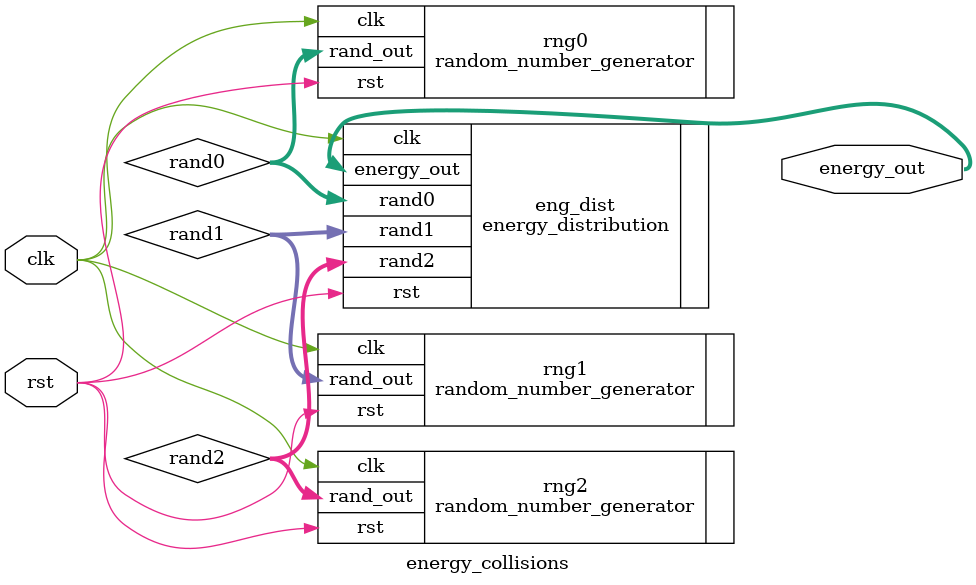
<source format=v>
module energy_collisions
#(
	parameter RAND_BITS = 10,
	parameter ENG_OUT_BITS = 12,
	parameter MEM_ENG_SIZE = 2**10,
	parameter MEM_ENG0 = "A13_PART1.mif",
	parameter MEM_ENG1 = "A13_PART2.mif",
	parameter MEM_ENG2 = "A13_PART3.mif",
	parameter MEM_ENG0_THRESH = 1001,
	parameter MEM_ENG1_THRESH = 985
)
(
	input clk, rst,
	output [ENG_OUT_BITS-1:0] energy_out
);


wire [RAND_BITS-1:0] rand0, rand1,rand2;

random_number_generator
#(
	.RAND_OUT_SIZE(RAND_BITS),
	.LFSR_B(42),
	.SEED0(64'd3890346747),
	.SEED1(64'd545404224),
	.SEED2(64'd3922919432),
	.SEED3(64'd2715962282),
	.SEED4(64'd418932850),
	.SEED5(64'd1196140743),
	.SEED6(64'd2348838240)
) rng0
(
	.clk(clk), 
	.rst(rst),
	.rand_out(rand0)
);



random_number_generator
#(
	.RAND_OUT_SIZE(RAND_BITS),
	.LFSR_B(42),
	.SEED0(64'd1674021279764),
	.SEED1(64'd454835899247),
	.SEED2(64'd61863771595),
	.SEED3(64'd2339978760085),
	.SEED4(64'd217475151474),
	.SEED5(64'd2384886375216),
	.SEED6(64'd2219331443444)
) rng1
(
	.clk(clk), 
	.rst(rst),
	.rand_out(rand1)
);




random_number_generator
#(
	.RAND_OUT_SIZE(RAND_BITS),
	.LFSR_B(42),
	.SEED0(64'd1639350413255),
	.SEED1(64'd2244364659078),
	.SEED2(64'd2025685893251),
	.SEED3(64'd2945626747716),
	.SEED4(64'd1449276989073),
	.SEED5(64'd1282470172806),
	.SEED6(64'd1954236685586)
) rng2
(
	.clk(clk), 
	.rst(rst),
	.rand_out(rand2)
);

energy_distribution
#(
	.RAND_IN_BITS(RAND_BITS),
	.ENG_OUT_BITS(ENG_OUT_BITS),
	.MEM_ENG_SIZE(MEM_ENG_SIZE),
	.MEM_ENG0(MEM_ENG0),
	.MEM_ENG1(MEM_ENG1),
	.MEM_ENG2(MEM_ENG2),
	.MEM_ENG0_THRESH(MEM_ENG0_THRESH),
	.MEM_ENG1_THRESH(MEM_ENG1_THRESH)
)eng_dist
(
	.clk(clk),
	.rst(rst),
	.rand0(rand0),
	.rand1(rand1),
	.rand2(rand2),
	.energy_out(energy_out)
);

endmodule
</source>
